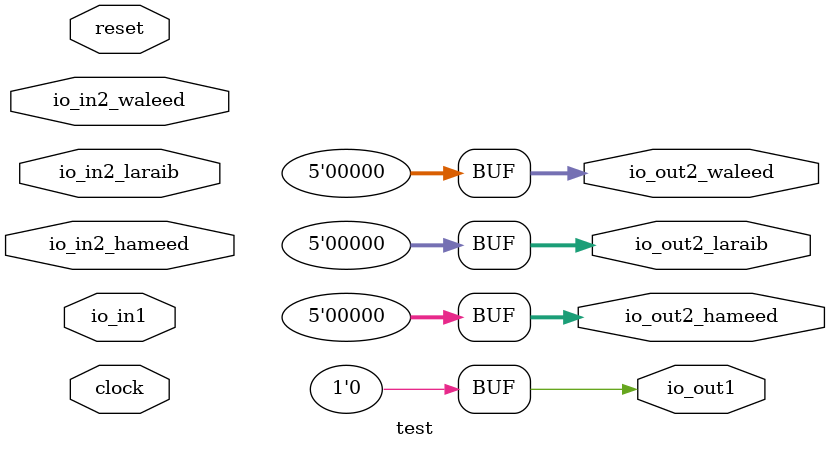
<source format=v>
module test(
  input        clock,
  input        reset,
  input  [3:0] io_in1,
  input  [4:0] io_in2_waleed,
  input  [4:0] io_in2_laraib,
  input  [4:0] io_in2_hameed,
  output [4:0] io_out2_waleed,
  output [4:0] io_out2_laraib,
  output [4:0] io_out2_hameed,
  output       io_out1
);
  assign io_out2_waleed = 5'h0; // @[el2_ifu_bp_ctl.scala 228:20]
  assign io_out2_laraib = 5'h0; // @[el2_ifu_bp_ctl.scala 229:20]
  assign io_out2_hameed = 5'h0; // @[el2_ifu_bp_ctl.scala 230:20]
  assign io_out1 = 1'h0; // @[el2_ifu_bp_ctl.scala 231:13]
endmodule

</source>
